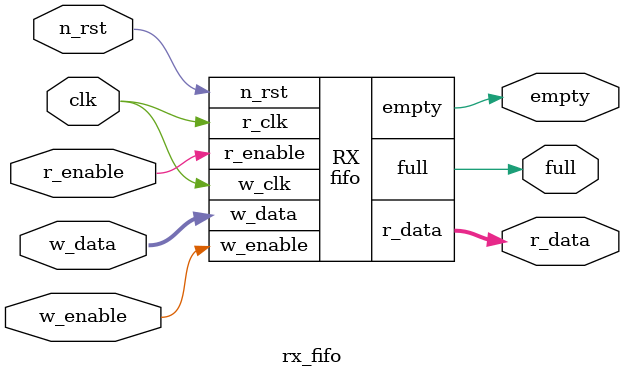
<source format=v>


module fiforam ( wclk, wenable, waddr, raddr, wdata, rdata );
  input [2:0] waddr;
  input [2:0] raddr;
  input [7:0] wdata;
  output [7:0] rdata;
  input wclk, wenable;
  wire   N10, N11, N12, N13, N14, N15, \fiforeg[0][7] , \fiforeg[0][6] ,
         \fiforeg[0][5] , \fiforeg[0][4] , \fiforeg[0][3] , \fiforeg[0][2] ,
         \fiforeg[0][1] , \fiforeg[0][0] , \fiforeg[1][7] , \fiforeg[1][6] ,
         \fiforeg[1][5] , \fiforeg[1][4] , \fiforeg[1][3] , \fiforeg[1][2] ,
         \fiforeg[1][1] , \fiforeg[1][0] , \fiforeg[2][7] , \fiforeg[2][6] ,
         \fiforeg[2][5] , \fiforeg[2][4] , \fiforeg[2][3] , \fiforeg[2][2] ,
         \fiforeg[2][1] , \fiforeg[2][0] , \fiforeg[3][7] , \fiforeg[3][6] ,
         \fiforeg[3][5] , \fiforeg[3][4] , \fiforeg[3][3] , \fiforeg[3][2] ,
         \fiforeg[3][1] , \fiforeg[3][0] , \fiforeg[4][7] , \fiforeg[4][6] ,
         \fiforeg[4][5] , \fiforeg[4][4] , \fiforeg[4][3] , \fiforeg[4][2] ,
         \fiforeg[4][1] , \fiforeg[4][0] , \fiforeg[5][7] , \fiforeg[5][6] ,
         \fiforeg[5][5] , \fiforeg[5][4] , \fiforeg[5][3] , \fiforeg[5][2] ,
         \fiforeg[5][1] , \fiforeg[5][0] , \fiforeg[6][7] , \fiforeg[6][6] ,
         \fiforeg[6][5] , \fiforeg[6][4] , \fiforeg[6][3] , \fiforeg[6][2] ,
         \fiforeg[6][1] , \fiforeg[6][0] , \fiforeg[7][7] , \fiforeg[7][6] ,
         \fiforeg[7][5] , \fiforeg[7][4] , \fiforeg[7][3] , \fiforeg[7][2] ,
         \fiforeg[7][1] , \fiforeg[7][0] , N17, N18, N19, N20, N21, N22, N23,
         N24, n89, n90, n91, n92, n93, n94, n95, n96, n97, n98, n99, n100,
         n101, n102, n103, n104, n105, n106, n107, n108, n109, n110, n111,
         n112, n113, n114, n115, n116, n117, n118, n119, n120, n121, n122,
         n123, n124, n125, n126, n127, n128, n129, n130, n131, n132, n133,
         n134, n135, n136, n137, n138, n139, n140, n141, n142, n143, n144,
         n145, n146, n147, n148, n149, n150, n151, n152, n1, n2, n3, n4, n5,
         n6, n7, n8, n9, n10, n11, n12, n13, n14, n15, n16, n17, n18, n19, n20,
         n21, n22, n23, n24, n25, n26, n27, n28, n29, n30, n31, n32, n33, n34,
         n35, n36, n37, n38, n39, n40, n41, n42, n43, n44, n45, n46, n47, n48,
         n49, n50, n51, n52, n53, n54, n55, n56, n57, n58, n59, n60, n61, n62,
         n63, n64, n65, n66, n67, n68, n69, n70, n71, n72, n73, n74, n75, n76,
         n77, n78, n79, n80, n81, n82, n83, n84, n85, n86, n87, n88, n153,
         n154, n155, n156, n157, n158, n159, n160, n161, n162, n163, n164,
         n165, n166, n167, n168, n169, n170, n171, n172, n173, n174, n175,
         n176, n177, n178, n179, n180, n181, n182, n183, n184, n185, n186,
         n187, n188, n189, n190, n191, n192, n193, n194, n195, n196, n197,
         n198, n199, n200, n201, n202, n203, n204, n205, n206, n207, n208,
         n209, n210, n211, n212, n213, n214, n215, n216, n217, n218, n219,
         n220, n221, n222, n223, n224, n225, n226, n227, n228, n229, n230,
         n231, n232, n233, n234, n235, n236, n237, n238, n239, n240, n241,
         n242, n243, n244, n245, n246, n247, n248, n249, n250, n251, n252,
         n253, n254, n255, n256, n257, n258, n259, n260, n261, n262;
  assign N10 = raddr[0];
  assign N11 = raddr[1];
  assign N12 = raddr[2];
  assign N13 = waddr[0];
  assign N14 = waddr[1];
  assign N15 = waddr[2];

  DFFPOSX1 \fiforeg_reg[0][7]  ( .D(n152), .CLK(wclk), .Q(\fiforeg[0][7] ) );
  DFFPOSX1 \fiforeg_reg[0][6]  ( .D(n151), .CLK(wclk), .Q(\fiforeg[0][6] ) );
  DFFPOSX1 \fiforeg_reg[0][5]  ( .D(n150), .CLK(wclk), .Q(\fiforeg[0][5] ) );
  DFFPOSX1 \fiforeg_reg[0][4]  ( .D(n149), .CLK(wclk), .Q(\fiforeg[0][4] ) );
  DFFPOSX1 \fiforeg_reg[0][3]  ( .D(n148), .CLK(wclk), .Q(\fiforeg[0][3] ) );
  DFFPOSX1 \fiforeg_reg[0][2]  ( .D(n147), .CLK(wclk), .Q(\fiforeg[0][2] ) );
  DFFPOSX1 \fiforeg_reg[0][1]  ( .D(n146), .CLK(wclk), .Q(\fiforeg[0][1] ) );
  DFFPOSX1 \fiforeg_reg[0][0]  ( .D(n145), .CLK(wclk), .Q(\fiforeg[0][0] ) );
  DFFPOSX1 \fiforeg_reg[1][7]  ( .D(n144), .CLK(wclk), .Q(\fiforeg[1][7] ) );
  DFFPOSX1 \fiforeg_reg[1][6]  ( .D(n143), .CLK(wclk), .Q(\fiforeg[1][6] ) );
  DFFPOSX1 \fiforeg_reg[1][5]  ( .D(n142), .CLK(wclk), .Q(\fiforeg[1][5] ) );
  DFFPOSX1 \fiforeg_reg[1][4]  ( .D(n141), .CLK(wclk), .Q(\fiforeg[1][4] ) );
  DFFPOSX1 \fiforeg_reg[1][3]  ( .D(n140), .CLK(wclk), .Q(\fiforeg[1][3] ) );
  DFFPOSX1 \fiforeg_reg[1][2]  ( .D(n139), .CLK(wclk), .Q(\fiforeg[1][2] ) );
  DFFPOSX1 \fiforeg_reg[1][1]  ( .D(n138), .CLK(wclk), .Q(\fiforeg[1][1] ) );
  DFFPOSX1 \fiforeg_reg[1][0]  ( .D(n137), .CLK(wclk), .Q(\fiforeg[1][0] ) );
  DFFPOSX1 \fiforeg_reg[2][7]  ( .D(n136), .CLK(wclk), .Q(\fiforeg[2][7] ) );
  DFFPOSX1 \fiforeg_reg[2][6]  ( .D(n135), .CLK(wclk), .Q(\fiforeg[2][6] ) );
  DFFPOSX1 \fiforeg_reg[2][5]  ( .D(n134), .CLK(wclk), .Q(\fiforeg[2][5] ) );
  DFFPOSX1 \fiforeg_reg[2][4]  ( .D(n133), .CLK(wclk), .Q(\fiforeg[2][4] ) );
  DFFPOSX1 \fiforeg_reg[2][3]  ( .D(n132), .CLK(wclk), .Q(\fiforeg[2][3] ) );
  DFFPOSX1 \fiforeg_reg[2][2]  ( .D(n131), .CLK(wclk), .Q(\fiforeg[2][2] ) );
  DFFPOSX1 \fiforeg_reg[2][1]  ( .D(n130), .CLK(wclk), .Q(\fiforeg[2][1] ) );
  DFFPOSX1 \fiforeg_reg[2][0]  ( .D(n129), .CLK(wclk), .Q(\fiforeg[2][0] ) );
  DFFPOSX1 \fiforeg_reg[3][7]  ( .D(n128), .CLK(wclk), .Q(\fiforeg[3][7] ) );
  DFFPOSX1 \fiforeg_reg[3][6]  ( .D(n127), .CLK(wclk), .Q(\fiforeg[3][6] ) );
  DFFPOSX1 \fiforeg_reg[3][5]  ( .D(n126), .CLK(wclk), .Q(\fiforeg[3][5] ) );
  DFFPOSX1 \fiforeg_reg[3][4]  ( .D(n125), .CLK(wclk), .Q(\fiforeg[3][4] ) );
  DFFPOSX1 \fiforeg_reg[3][3]  ( .D(n124), .CLK(wclk), .Q(\fiforeg[3][3] ) );
  DFFPOSX1 \fiforeg_reg[3][2]  ( .D(n123), .CLK(wclk), .Q(\fiforeg[3][2] ) );
  DFFPOSX1 \fiforeg_reg[3][1]  ( .D(n122), .CLK(wclk), .Q(\fiforeg[3][1] ) );
  DFFPOSX1 \fiforeg_reg[3][0]  ( .D(n121), .CLK(wclk), .Q(\fiforeg[3][0] ) );
  DFFPOSX1 \fiforeg_reg[4][7]  ( .D(n120), .CLK(wclk), .Q(\fiforeg[4][7] ) );
  DFFPOSX1 \fiforeg_reg[4][6]  ( .D(n119), .CLK(wclk), .Q(\fiforeg[4][6] ) );
  DFFPOSX1 \fiforeg_reg[4][5]  ( .D(n118), .CLK(wclk), .Q(\fiforeg[4][5] ) );
  DFFPOSX1 \fiforeg_reg[4][4]  ( .D(n117), .CLK(wclk), .Q(\fiforeg[4][4] ) );
  DFFPOSX1 \fiforeg_reg[4][3]  ( .D(n116), .CLK(wclk), .Q(\fiforeg[4][3] ) );
  DFFPOSX1 \fiforeg_reg[4][2]  ( .D(n115), .CLK(wclk), .Q(\fiforeg[4][2] ) );
  DFFPOSX1 \fiforeg_reg[4][1]  ( .D(n114), .CLK(wclk), .Q(\fiforeg[4][1] ) );
  DFFPOSX1 \fiforeg_reg[4][0]  ( .D(n113), .CLK(wclk), .Q(\fiforeg[4][0] ) );
  DFFPOSX1 \fiforeg_reg[5][7]  ( .D(n112), .CLK(wclk), .Q(\fiforeg[5][7] ) );
  DFFPOSX1 \fiforeg_reg[5][6]  ( .D(n111), .CLK(wclk), .Q(\fiforeg[5][6] ) );
  DFFPOSX1 \fiforeg_reg[5][5]  ( .D(n110), .CLK(wclk), .Q(\fiforeg[5][5] ) );
  DFFPOSX1 \fiforeg_reg[5][4]  ( .D(n109), .CLK(wclk), .Q(\fiforeg[5][4] ) );
  DFFPOSX1 \fiforeg_reg[5][3]  ( .D(n108), .CLK(wclk), .Q(\fiforeg[5][3] ) );
  DFFPOSX1 \fiforeg_reg[5][2]  ( .D(n107), .CLK(wclk), .Q(\fiforeg[5][2] ) );
  DFFPOSX1 \fiforeg_reg[5][1]  ( .D(n106), .CLK(wclk), .Q(\fiforeg[5][1] ) );
  DFFPOSX1 \fiforeg_reg[5][0]  ( .D(n105), .CLK(wclk), .Q(\fiforeg[5][0] ) );
  DFFPOSX1 \fiforeg_reg[6][7]  ( .D(n104), .CLK(wclk), .Q(\fiforeg[6][7] ) );
  DFFPOSX1 \fiforeg_reg[6][6]  ( .D(n103), .CLK(wclk), .Q(\fiforeg[6][6] ) );
  DFFPOSX1 \fiforeg_reg[6][5]  ( .D(n102), .CLK(wclk), .Q(\fiforeg[6][5] ) );
  DFFPOSX1 \fiforeg_reg[6][4]  ( .D(n101), .CLK(wclk), .Q(\fiforeg[6][4] ) );
  DFFPOSX1 \fiforeg_reg[6][3]  ( .D(n100), .CLK(wclk), .Q(\fiforeg[6][3] ) );
  DFFPOSX1 \fiforeg_reg[6][2]  ( .D(n99), .CLK(wclk), .Q(\fiforeg[6][2] ) );
  DFFPOSX1 \fiforeg_reg[6][1]  ( .D(n98), .CLK(wclk), .Q(\fiforeg[6][1] ) );
  DFFPOSX1 \fiforeg_reg[6][0]  ( .D(n97), .CLK(wclk), .Q(\fiforeg[6][0] ) );
  DFFPOSX1 \fiforeg_reg[7][7]  ( .D(n96), .CLK(wclk), .Q(\fiforeg[7][7] ) );
  DFFPOSX1 \fiforeg_reg[7][6]  ( .D(n95), .CLK(wclk), .Q(\fiforeg[7][6] ) );
  DFFPOSX1 \fiforeg_reg[7][5]  ( .D(n94), .CLK(wclk), .Q(\fiforeg[7][5] ) );
  DFFPOSX1 \fiforeg_reg[7][4]  ( .D(n93), .CLK(wclk), .Q(\fiforeg[7][4] ) );
  DFFPOSX1 \fiforeg_reg[7][3]  ( .D(n92), .CLK(wclk), .Q(\fiforeg[7][3] ) );
  DFFPOSX1 \fiforeg_reg[7][2]  ( .D(n91), .CLK(wclk), .Q(\fiforeg[7][2] ) );
  DFFPOSX1 \fiforeg_reg[7][1]  ( .D(n90), .CLK(wclk), .Q(\fiforeg[7][1] ) );
  DFFPOSX1 \fiforeg_reg[7][0]  ( .D(n89), .CLK(wclk), .Q(\fiforeg[7][0] ) );
  BUFX2 U2 ( .A(n56), .Y(n1) );
  BUFX2 U3 ( .A(n175), .Y(n2) );
  BUFX2 U4 ( .A(n53), .Y(n3) );
  BUFX2 U5 ( .A(n172), .Y(n4) );
  BUFX2 U6 ( .A(n54), .Y(n5) );
  BUFX2 U7 ( .A(n173), .Y(n6) );
  BUFX2 U8 ( .A(n55), .Y(n7) );
  BUFX2 U9 ( .A(n174), .Y(n8) );
  NOR2X1 U10 ( .A(n63), .B(N11), .Y(n54) );
  NOR2X1 U11 ( .A(n63), .B(n62), .Y(n53) );
  AOI22X1 U12 ( .A(\fiforeg[4][0] ), .B(n5), .C(\fiforeg[6][0] ), .D(n3), .Y(
        n10) );
  NOR2X1 U13 ( .A(N11), .B(N12), .Y(n56) );
  NOR2X1 U14 ( .A(n62), .B(N12), .Y(n55) );
  AOI22X1 U15 ( .A(\fiforeg[0][0] ), .B(n1), .C(\fiforeg[2][0] ), .D(n7), .Y(
        n9) );
  AOI21X1 U16 ( .A(n10), .B(n9), .C(N10), .Y(n14) );
  AOI22X1 U17 ( .A(\fiforeg[5][0] ), .B(n5), .C(\fiforeg[7][0] ), .D(n3), .Y(
        n12) );
  AOI22X1 U18 ( .A(\fiforeg[1][0] ), .B(n1), .C(\fiforeg[3][0] ), .D(n7), .Y(
        n11) );
  AOI21X1 U19 ( .A(n12), .B(n11), .C(n61), .Y(n13) );
  OR2X1 U20 ( .A(n14), .B(n13), .Y(rdata[0]) );
  AOI22X1 U21 ( .A(\fiforeg[4][1] ), .B(n5), .C(\fiforeg[6][1] ), .D(n3), .Y(
        n16) );
  AOI22X1 U22 ( .A(\fiforeg[0][1] ), .B(n1), .C(\fiforeg[2][1] ), .D(n7), .Y(
        n15) );
  AOI21X1 U23 ( .A(n16), .B(n15), .C(N10), .Y(n20) );
  AOI22X1 U24 ( .A(\fiforeg[5][1] ), .B(n5), .C(\fiforeg[7][1] ), .D(n3), .Y(
        n18) );
  AOI22X1 U25 ( .A(\fiforeg[1][1] ), .B(n1), .C(\fiforeg[3][1] ), .D(n7), .Y(
        n17) );
  AOI21X1 U26 ( .A(n18), .B(n17), .C(n61), .Y(n19) );
  OR2X1 U27 ( .A(n20), .B(n19), .Y(rdata[1]) );
  AOI22X1 U28 ( .A(\fiforeg[4][2] ), .B(n5), .C(\fiforeg[6][2] ), .D(n3), .Y(
        n22) );
  AOI22X1 U29 ( .A(\fiforeg[0][2] ), .B(n1), .C(\fiforeg[2][2] ), .D(n7), .Y(
        n21) );
  AOI21X1 U30 ( .A(n22), .B(n21), .C(N10), .Y(n26) );
  AOI22X1 U31 ( .A(\fiforeg[5][2] ), .B(n5), .C(\fiforeg[7][2] ), .D(n3), .Y(
        n24) );
  AOI22X1 U32 ( .A(\fiforeg[1][2] ), .B(n1), .C(\fiforeg[3][2] ), .D(n7), .Y(
        n23) );
  AOI21X1 U33 ( .A(n24), .B(n23), .C(n61), .Y(n25) );
  OR2X1 U34 ( .A(n26), .B(n25), .Y(rdata[2]) );
  AOI22X1 U35 ( .A(\fiforeg[4][3] ), .B(n5), .C(\fiforeg[6][3] ), .D(n3), .Y(
        n28) );
  AOI22X1 U36 ( .A(\fiforeg[0][3] ), .B(n1), .C(\fiforeg[2][3] ), .D(n7), .Y(
        n27) );
  AOI21X1 U37 ( .A(n28), .B(n27), .C(N10), .Y(n32) );
  AOI22X1 U38 ( .A(\fiforeg[5][3] ), .B(n5), .C(\fiforeg[7][3] ), .D(n3), .Y(
        n30) );
  AOI22X1 U39 ( .A(\fiforeg[1][3] ), .B(n1), .C(\fiforeg[3][3] ), .D(n7), .Y(
        n29) );
  AOI21X1 U40 ( .A(n30), .B(n29), .C(n61), .Y(n31) );
  OR2X1 U41 ( .A(n32), .B(n31), .Y(rdata[3]) );
  AOI22X1 U42 ( .A(\fiforeg[4][4] ), .B(n5), .C(\fiforeg[6][4] ), .D(n3), .Y(
        n34) );
  AOI22X1 U43 ( .A(\fiforeg[0][4] ), .B(n1), .C(\fiforeg[2][4] ), .D(n7), .Y(
        n33) );
  AOI21X1 U44 ( .A(n34), .B(n33), .C(N10), .Y(n38) );
  AOI22X1 U45 ( .A(\fiforeg[5][4] ), .B(n5), .C(\fiforeg[7][4] ), .D(n3), .Y(
        n36) );
  AOI22X1 U46 ( .A(\fiforeg[1][4] ), .B(n1), .C(\fiforeg[3][4] ), .D(n7), .Y(
        n35) );
  AOI21X1 U47 ( .A(n36), .B(n35), .C(n61), .Y(n37) );
  OR2X1 U48 ( .A(n38), .B(n37), .Y(rdata[4]) );
  AOI22X1 U49 ( .A(\fiforeg[4][5] ), .B(n5), .C(\fiforeg[6][5] ), .D(n3), .Y(
        n40) );
  AOI22X1 U50 ( .A(\fiforeg[0][5] ), .B(n1), .C(\fiforeg[2][5] ), .D(n7), .Y(
        n39) );
  AOI21X1 U51 ( .A(n40), .B(n39), .C(N10), .Y(n44) );
  AOI22X1 U52 ( .A(\fiforeg[5][5] ), .B(n5), .C(\fiforeg[7][5] ), .D(n3), .Y(
        n42) );
  AOI22X1 U53 ( .A(\fiforeg[1][5] ), .B(n1), .C(\fiforeg[3][5] ), .D(n7), .Y(
        n41) );
  AOI21X1 U54 ( .A(n42), .B(n41), .C(n61), .Y(n43) );
  OR2X1 U55 ( .A(n44), .B(n43), .Y(rdata[5]) );
  AOI22X1 U56 ( .A(\fiforeg[4][6] ), .B(n5), .C(\fiforeg[6][6] ), .D(n3), .Y(
        n46) );
  AOI22X1 U57 ( .A(\fiforeg[0][6] ), .B(n1), .C(\fiforeg[2][6] ), .D(n7), .Y(
        n45) );
  AOI21X1 U58 ( .A(n46), .B(n45), .C(N10), .Y(n50) );
  AOI22X1 U59 ( .A(\fiforeg[5][6] ), .B(n5), .C(\fiforeg[7][6] ), .D(n3), .Y(
        n48) );
  AOI22X1 U60 ( .A(\fiforeg[1][6] ), .B(n1), .C(\fiforeg[3][6] ), .D(n7), .Y(
        n47) );
  AOI21X1 U61 ( .A(n48), .B(n47), .C(n61), .Y(n49) );
  OR2X1 U62 ( .A(n50), .B(n49), .Y(rdata[6]) );
  AOI22X1 U63 ( .A(\fiforeg[4][7] ), .B(n5), .C(\fiforeg[6][7] ), .D(n3), .Y(
        n52) );
  AOI22X1 U64 ( .A(\fiforeg[0][7] ), .B(n1), .C(\fiforeg[2][7] ), .D(n7), .Y(
        n51) );
  AOI21X1 U65 ( .A(n52), .B(n51), .C(N10), .Y(n60) );
  AOI22X1 U66 ( .A(\fiforeg[5][7] ), .B(n5), .C(\fiforeg[7][7] ), .D(n3), .Y(
        n58) );
  AOI22X1 U67 ( .A(\fiforeg[1][7] ), .B(n1), .C(\fiforeg[3][7] ), .D(n7), .Y(
        n57) );
  AOI21X1 U68 ( .A(n58), .B(n57), .C(n61), .Y(n59) );
  OR2X1 U69 ( .A(n60), .B(n59), .Y(rdata[7]) );
  INVX2 U70 ( .A(N10), .Y(n61) );
  INVX2 U71 ( .A(N11), .Y(n62) );
  INVX2 U72 ( .A(N12), .Y(n63) );
  NOR2X1 U73 ( .A(n211), .B(N14), .Y(n173) );
  NOR2X1 U74 ( .A(n211), .B(n180), .Y(n172) );
  AOI22X1 U75 ( .A(\fiforeg[4][0] ), .B(n6), .C(\fiforeg[6][0] ), .D(n4), .Y(
        n65) );
  NOR2X1 U76 ( .A(N14), .B(N15), .Y(n175) );
  NOR2X1 U77 ( .A(n180), .B(N15), .Y(n174) );
  AOI22X1 U78 ( .A(\fiforeg[0][0] ), .B(n2), .C(\fiforeg[2][0] ), .D(n8), .Y(
        n64) );
  AOI21X1 U79 ( .A(n65), .B(n64), .C(N13), .Y(n69) );
  AOI22X1 U80 ( .A(\fiforeg[5][0] ), .B(n6), .C(\fiforeg[7][0] ), .D(n4), .Y(
        n67) );
  AOI22X1 U81 ( .A(\fiforeg[1][0] ), .B(n2), .C(\fiforeg[3][0] ), .D(n8), .Y(
        n66) );
  AOI21X1 U82 ( .A(n67), .B(n66), .C(n212), .Y(n68) );
  OR2X1 U83 ( .A(n69), .B(n68), .Y(N24) );
  AOI22X1 U84 ( .A(\fiforeg[4][1] ), .B(n6), .C(\fiforeg[6][1] ), .D(n4), .Y(
        n71) );
  AOI22X1 U85 ( .A(\fiforeg[0][1] ), .B(n2), .C(\fiforeg[2][1] ), .D(n8), .Y(
        n70) );
  AOI21X1 U86 ( .A(n71), .B(n70), .C(N13), .Y(n75) );
  AOI22X1 U87 ( .A(\fiforeg[5][1] ), .B(n6), .C(\fiforeg[7][1] ), .D(n4), .Y(
        n73) );
  AOI22X1 U88 ( .A(\fiforeg[1][1] ), .B(n2), .C(\fiforeg[3][1] ), .D(n8), .Y(
        n72) );
  AOI21X1 U89 ( .A(n73), .B(n72), .C(n212), .Y(n74) );
  OR2X1 U90 ( .A(n75), .B(n74), .Y(N23) );
  AOI22X1 U91 ( .A(\fiforeg[4][2] ), .B(n6), .C(\fiforeg[6][2] ), .D(n4), .Y(
        n77) );
  AOI22X1 U92 ( .A(\fiforeg[0][2] ), .B(n2), .C(\fiforeg[2][2] ), .D(n8), .Y(
        n76) );
  AOI21X1 U93 ( .A(n77), .B(n76), .C(N13), .Y(n81) );
  AOI22X1 U94 ( .A(\fiforeg[5][2] ), .B(n6), .C(\fiforeg[7][2] ), .D(n4), .Y(
        n79) );
  AOI22X1 U95 ( .A(\fiforeg[1][2] ), .B(n2), .C(\fiforeg[3][2] ), .D(n8), .Y(
        n78) );
  AOI21X1 U96 ( .A(n79), .B(n78), .C(n212), .Y(n80) );
  OR2X1 U97 ( .A(n81), .B(n80), .Y(N22) );
  AOI22X1 U98 ( .A(\fiforeg[4][3] ), .B(n6), .C(\fiforeg[6][3] ), .D(n4), .Y(
        n83) );
  AOI22X1 U99 ( .A(\fiforeg[0][3] ), .B(n2), .C(\fiforeg[2][3] ), .D(n8), .Y(
        n82) );
  AOI21X1 U100 ( .A(n83), .B(n82), .C(N13), .Y(n87) );
  AOI22X1 U101 ( .A(\fiforeg[5][3] ), .B(n6), .C(\fiforeg[7][3] ), .D(n4), .Y(
        n85) );
  AOI22X1 U102 ( .A(\fiforeg[1][3] ), .B(n2), .C(\fiforeg[3][3] ), .D(n8), .Y(
        n84) );
  AOI21X1 U103 ( .A(n85), .B(n84), .C(n212), .Y(n86) );
  OR2X1 U104 ( .A(n87), .B(n86), .Y(N21) );
  AOI22X1 U105 ( .A(\fiforeg[4][4] ), .B(n6), .C(\fiforeg[6][4] ), .D(n4), .Y(
        n153) );
  AOI22X1 U106 ( .A(\fiforeg[0][4] ), .B(n2), .C(\fiforeg[2][4] ), .D(n8), .Y(
        n88) );
  AOI21X1 U107 ( .A(n153), .B(n88), .C(N13), .Y(n157) );
  AOI22X1 U108 ( .A(\fiforeg[5][4] ), .B(n6), .C(\fiforeg[7][4] ), .D(n4), .Y(
        n155) );
  AOI22X1 U109 ( .A(\fiforeg[1][4] ), .B(n2), .C(\fiforeg[3][4] ), .D(n8), .Y(
        n154) );
  AOI21X1 U110 ( .A(n155), .B(n154), .C(n212), .Y(n156) );
  OR2X1 U111 ( .A(n157), .B(n156), .Y(N20) );
  AOI22X1 U112 ( .A(\fiforeg[4][5] ), .B(n6), .C(\fiforeg[6][5] ), .D(n4), .Y(
        n159) );
  AOI22X1 U113 ( .A(\fiforeg[0][5] ), .B(n2), .C(\fiforeg[2][5] ), .D(n8), .Y(
        n158) );
  AOI21X1 U114 ( .A(n159), .B(n158), .C(N13), .Y(n163) );
  AOI22X1 U115 ( .A(\fiforeg[5][5] ), .B(n6), .C(\fiforeg[7][5] ), .D(n4), .Y(
        n161) );
  AOI22X1 U116 ( .A(\fiforeg[1][5] ), .B(n2), .C(\fiforeg[3][5] ), .D(n8), .Y(
        n160) );
  AOI21X1 U117 ( .A(n161), .B(n160), .C(n212), .Y(n162) );
  OR2X1 U118 ( .A(n163), .B(n162), .Y(N19) );
  AOI22X1 U119 ( .A(\fiforeg[4][6] ), .B(n6), .C(\fiforeg[6][6] ), .D(n4), .Y(
        n165) );
  AOI22X1 U120 ( .A(\fiforeg[0][6] ), .B(n2), .C(\fiforeg[2][6] ), .D(n8), .Y(
        n164) );
  AOI21X1 U121 ( .A(n165), .B(n164), .C(N13), .Y(n169) );
  AOI22X1 U122 ( .A(\fiforeg[5][6] ), .B(n6), .C(\fiforeg[7][6] ), .D(n4), .Y(
        n167) );
  AOI22X1 U123 ( .A(\fiforeg[1][6] ), .B(n2), .C(\fiforeg[3][6] ), .D(n8), .Y(
        n166) );
  AOI21X1 U124 ( .A(n167), .B(n166), .C(n212), .Y(n168) );
  OR2X1 U125 ( .A(n169), .B(n168), .Y(N18) );
  AOI22X1 U126 ( .A(\fiforeg[4][7] ), .B(n6), .C(\fiforeg[6][7] ), .D(n4), .Y(
        n171) );
  AOI22X1 U127 ( .A(\fiforeg[0][7] ), .B(n2), .C(\fiforeg[2][7] ), .D(n8), .Y(
        n170) );
  AOI21X1 U128 ( .A(n171), .B(n170), .C(N13), .Y(n179) );
  AOI22X1 U129 ( .A(\fiforeg[5][7] ), .B(n6), .C(\fiforeg[7][7] ), .D(n4), .Y(
        n177) );
  AOI22X1 U130 ( .A(\fiforeg[1][7] ), .B(n2), .C(\fiforeg[3][7] ), .D(n8), .Y(
        n176) );
  AOI21X1 U131 ( .A(n177), .B(n176), .C(n212), .Y(n178) );
  OR2X1 U132 ( .A(n179), .B(n178), .Y(N17) );
  INVX2 U133 ( .A(N14), .Y(n180) );
  MUX2X1 U134 ( .B(n181), .A(n182), .S(n183), .Y(n99) );
  INVX1 U135 ( .A(\fiforeg[6][2] ), .Y(n182) );
  MUX2X1 U136 ( .B(n184), .A(n185), .S(n183), .Y(n98) );
  INVX1 U137 ( .A(\fiforeg[6][1] ), .Y(n185) );
  MUX2X1 U138 ( .B(n186), .A(n187), .S(n183), .Y(n97) );
  INVX1 U139 ( .A(\fiforeg[6][0] ), .Y(n187) );
  MUX2X1 U140 ( .B(n188), .A(n189), .S(n190), .Y(n96) );
  INVX1 U141 ( .A(\fiforeg[7][7] ), .Y(n189) );
  MUX2X1 U142 ( .B(n191), .A(n192), .S(n190), .Y(n95) );
  INVX1 U143 ( .A(\fiforeg[7][6] ), .Y(n192) );
  MUX2X1 U144 ( .B(n193), .A(n194), .S(n190), .Y(n94) );
  INVX1 U145 ( .A(\fiforeg[7][5] ), .Y(n194) );
  MUX2X1 U146 ( .B(n195), .A(n196), .S(n190), .Y(n93) );
  INVX1 U147 ( .A(\fiforeg[7][4] ), .Y(n196) );
  MUX2X1 U148 ( .B(n197), .A(n198), .S(n190), .Y(n92) );
  INVX1 U149 ( .A(\fiforeg[7][3] ), .Y(n198) );
  MUX2X1 U150 ( .B(n181), .A(n199), .S(n190), .Y(n91) );
  INVX1 U151 ( .A(\fiforeg[7][2] ), .Y(n199) );
  MUX2X1 U152 ( .B(n184), .A(n200), .S(n190), .Y(n90) );
  INVX1 U153 ( .A(\fiforeg[7][1] ), .Y(n200) );
  MUX2X1 U154 ( .B(n186), .A(n201), .S(n190), .Y(n89) );
  NAND3X1 U155 ( .A(N15), .B(N14), .C(N13), .Y(n190) );
  INVX1 U156 ( .A(\fiforeg[7][0] ), .Y(n201) );
  MUX2X1 U157 ( .B(n188), .A(n202), .S(n203), .Y(n152) );
  INVX1 U158 ( .A(\fiforeg[0][7] ), .Y(n202) );
  MUX2X1 U159 ( .B(n191), .A(n204), .S(n203), .Y(n151) );
  INVX1 U160 ( .A(\fiforeg[0][6] ), .Y(n204) );
  MUX2X1 U161 ( .B(n193), .A(n205), .S(n203), .Y(n150) );
  INVX1 U162 ( .A(\fiforeg[0][5] ), .Y(n205) );
  MUX2X1 U163 ( .B(n195), .A(n206), .S(n203), .Y(n149) );
  INVX1 U164 ( .A(\fiforeg[0][4] ), .Y(n206) );
  MUX2X1 U165 ( .B(n197), .A(n207), .S(n203), .Y(n148) );
  INVX1 U166 ( .A(\fiforeg[0][3] ), .Y(n207) );
  MUX2X1 U167 ( .B(n181), .A(n208), .S(n203), .Y(n147) );
  INVX1 U168 ( .A(\fiforeg[0][2] ), .Y(n208) );
  MUX2X1 U169 ( .B(n184), .A(n209), .S(n203), .Y(n146) );
  INVX1 U170 ( .A(\fiforeg[0][1] ), .Y(n209) );
  MUX2X1 U171 ( .B(n186), .A(n210), .S(n203), .Y(n145) );
  NAND3X1 U172 ( .A(n180), .B(n211), .C(n212), .Y(n203) );
  INVX1 U173 ( .A(\fiforeg[0][0] ), .Y(n210) );
  MUX2X1 U174 ( .B(n188), .A(n213), .S(n214), .Y(n144) );
  INVX1 U175 ( .A(\fiforeg[1][7] ), .Y(n213) );
  MUX2X1 U176 ( .B(n191), .A(n215), .S(n214), .Y(n143) );
  INVX1 U177 ( .A(\fiforeg[1][6] ), .Y(n215) );
  MUX2X1 U178 ( .B(n193), .A(n216), .S(n214), .Y(n142) );
  INVX1 U179 ( .A(\fiforeg[1][5] ), .Y(n216) );
  MUX2X1 U180 ( .B(n195), .A(n217), .S(n214), .Y(n141) );
  INVX1 U181 ( .A(\fiforeg[1][4] ), .Y(n217) );
  MUX2X1 U182 ( .B(n197), .A(n218), .S(n214), .Y(n140) );
  INVX1 U183 ( .A(\fiforeg[1][3] ), .Y(n218) );
  MUX2X1 U184 ( .B(n181), .A(n219), .S(n214), .Y(n139) );
  INVX1 U185 ( .A(\fiforeg[1][2] ), .Y(n219) );
  MUX2X1 U186 ( .B(n184), .A(n220), .S(n214), .Y(n138) );
  INVX1 U187 ( .A(\fiforeg[1][1] ), .Y(n220) );
  MUX2X1 U188 ( .B(n186), .A(n221), .S(n214), .Y(n137) );
  NAND3X1 U189 ( .A(n180), .B(n211), .C(N13), .Y(n214) );
  INVX1 U190 ( .A(\fiforeg[1][0] ), .Y(n221) );
  MUX2X1 U191 ( .B(n188), .A(n222), .S(n223), .Y(n136) );
  INVX1 U192 ( .A(\fiforeg[2][7] ), .Y(n222) );
  MUX2X1 U193 ( .B(n191), .A(n224), .S(n223), .Y(n135) );
  INVX1 U194 ( .A(\fiforeg[2][6] ), .Y(n224) );
  MUX2X1 U195 ( .B(n193), .A(n225), .S(n223), .Y(n134) );
  INVX1 U196 ( .A(\fiforeg[2][5] ), .Y(n225) );
  MUX2X1 U197 ( .B(n195), .A(n226), .S(n223), .Y(n133) );
  INVX1 U198 ( .A(\fiforeg[2][4] ), .Y(n226) );
  MUX2X1 U199 ( .B(n197), .A(n227), .S(n223), .Y(n132) );
  INVX1 U200 ( .A(\fiforeg[2][3] ), .Y(n227) );
  MUX2X1 U201 ( .B(n181), .A(n228), .S(n223), .Y(n131) );
  INVX1 U202 ( .A(\fiforeg[2][2] ), .Y(n228) );
  MUX2X1 U203 ( .B(n184), .A(n229), .S(n223), .Y(n130) );
  INVX1 U204 ( .A(\fiforeg[2][1] ), .Y(n229) );
  MUX2X1 U205 ( .B(n186), .A(n230), .S(n223), .Y(n129) );
  NAND3X1 U206 ( .A(n212), .B(n211), .C(N14), .Y(n223) );
  INVX1 U207 ( .A(\fiforeg[2][0] ), .Y(n230) );
  MUX2X1 U208 ( .B(n188), .A(n231), .S(n232), .Y(n128) );
  INVX1 U209 ( .A(\fiforeg[3][7] ), .Y(n231) );
  MUX2X1 U210 ( .B(n191), .A(n233), .S(n232), .Y(n127) );
  INVX1 U211 ( .A(\fiforeg[3][6] ), .Y(n233) );
  MUX2X1 U212 ( .B(n193), .A(n234), .S(n232), .Y(n126) );
  INVX1 U213 ( .A(\fiforeg[3][5] ), .Y(n234) );
  MUX2X1 U214 ( .B(n195), .A(n235), .S(n232), .Y(n125) );
  INVX1 U215 ( .A(\fiforeg[3][4] ), .Y(n235) );
  MUX2X1 U216 ( .B(n197), .A(n236), .S(n232), .Y(n124) );
  INVX1 U217 ( .A(\fiforeg[3][3] ), .Y(n236) );
  MUX2X1 U218 ( .B(n181), .A(n237), .S(n232), .Y(n123) );
  INVX1 U219 ( .A(\fiforeg[3][2] ), .Y(n237) );
  MUX2X1 U220 ( .B(n184), .A(n238), .S(n232), .Y(n122) );
  INVX1 U221 ( .A(\fiforeg[3][1] ), .Y(n238) );
  MUX2X1 U222 ( .B(n186), .A(n239), .S(n232), .Y(n121) );
  NAND3X1 U223 ( .A(N14), .B(n211), .C(N13), .Y(n232) );
  INVX1 U224 ( .A(N15), .Y(n211) );
  INVX1 U225 ( .A(\fiforeg[3][0] ), .Y(n239) );
  MUX2X1 U226 ( .B(n188), .A(n240), .S(n241), .Y(n120) );
  INVX1 U227 ( .A(\fiforeg[4][7] ), .Y(n240) );
  MUX2X1 U228 ( .B(n191), .A(n242), .S(n241), .Y(n119) );
  INVX1 U229 ( .A(\fiforeg[4][6] ), .Y(n242) );
  MUX2X1 U230 ( .B(n193), .A(n243), .S(n241), .Y(n118) );
  INVX1 U231 ( .A(\fiforeg[4][5] ), .Y(n243) );
  MUX2X1 U232 ( .B(n195), .A(n244), .S(n241), .Y(n117) );
  INVX1 U233 ( .A(\fiforeg[4][4] ), .Y(n244) );
  MUX2X1 U234 ( .B(n197), .A(n245), .S(n241), .Y(n116) );
  INVX1 U235 ( .A(\fiforeg[4][3] ), .Y(n245) );
  MUX2X1 U236 ( .B(n181), .A(n246), .S(n241), .Y(n115) );
  INVX1 U237 ( .A(\fiforeg[4][2] ), .Y(n246) );
  MUX2X1 U238 ( .B(n184), .A(n247), .S(n241), .Y(n114) );
  INVX1 U239 ( .A(\fiforeg[4][1] ), .Y(n247) );
  MUX2X1 U240 ( .B(n186), .A(n248), .S(n241), .Y(n113) );
  NAND3X1 U241 ( .A(n212), .B(n180), .C(N15), .Y(n241) );
  INVX1 U242 ( .A(\fiforeg[4][0] ), .Y(n248) );
  MUX2X1 U243 ( .B(n188), .A(n249), .S(n250), .Y(n112) );
  INVX1 U244 ( .A(\fiforeg[5][7] ), .Y(n249) );
  MUX2X1 U245 ( .B(n191), .A(n251), .S(n250), .Y(n111) );
  INVX1 U246 ( .A(\fiforeg[5][6] ), .Y(n251) );
  MUX2X1 U247 ( .B(n193), .A(n252), .S(n250), .Y(n110) );
  INVX1 U248 ( .A(\fiforeg[5][5] ), .Y(n252) );
  MUX2X1 U249 ( .B(n195), .A(n253), .S(n250), .Y(n109) );
  INVX1 U250 ( .A(\fiforeg[5][4] ), .Y(n253) );
  MUX2X1 U251 ( .B(n197), .A(n254), .S(n250), .Y(n108) );
  INVX1 U252 ( .A(\fiforeg[5][3] ), .Y(n254) );
  MUX2X1 U253 ( .B(n181), .A(n255), .S(n250), .Y(n107) );
  INVX1 U254 ( .A(\fiforeg[5][2] ), .Y(n255) );
  MUX2X1 U255 ( .B(N22), .A(wdata[2]), .S(wenable), .Y(n181) );
  MUX2X1 U256 ( .B(n184), .A(n256), .S(n250), .Y(n106) );
  INVX1 U257 ( .A(\fiforeg[5][1] ), .Y(n256) );
  MUX2X1 U258 ( .B(N23), .A(wdata[1]), .S(wenable), .Y(n184) );
  MUX2X1 U259 ( .B(n186), .A(n257), .S(n250), .Y(n105) );
  NAND3X1 U260 ( .A(N15), .B(n180), .C(N13), .Y(n250) );
  INVX1 U261 ( .A(\fiforeg[5][0] ), .Y(n257) );
  MUX2X1 U262 ( .B(N24), .A(wdata[0]), .S(wenable), .Y(n186) );
  MUX2X1 U263 ( .B(n188), .A(n258), .S(n183), .Y(n104) );
  INVX1 U264 ( .A(\fiforeg[6][7] ), .Y(n258) );
  MUX2X1 U265 ( .B(N17), .A(wdata[7]), .S(wenable), .Y(n188) );
  MUX2X1 U266 ( .B(n191), .A(n259), .S(n183), .Y(n103) );
  INVX1 U267 ( .A(\fiforeg[6][6] ), .Y(n259) );
  MUX2X1 U268 ( .B(N18), .A(wdata[6]), .S(wenable), .Y(n191) );
  MUX2X1 U269 ( .B(n193), .A(n260), .S(n183), .Y(n102) );
  INVX1 U270 ( .A(\fiforeg[6][5] ), .Y(n260) );
  MUX2X1 U271 ( .B(N19), .A(wdata[5]), .S(wenable), .Y(n193) );
  MUX2X1 U272 ( .B(n195), .A(n261), .S(n183), .Y(n101) );
  INVX1 U273 ( .A(\fiforeg[6][4] ), .Y(n261) );
  MUX2X1 U274 ( .B(N20), .A(wdata[4]), .S(wenable), .Y(n195) );
  MUX2X1 U275 ( .B(n197), .A(n262), .S(n183), .Y(n100) );
  NAND3X1 U276 ( .A(N14), .B(n212), .C(N15), .Y(n183) );
  INVX1 U277 ( .A(N13), .Y(n212) );
  INVX1 U278 ( .A(\fiforeg[6][3] ), .Y(n262) );
  MUX2X1 U279 ( .B(N21), .A(wdata[3]), .S(wenable), .Y(n197) );
endmodule


module write_ptr ( wclk, rst_n, wenable, wptr, wptr_nxt );
  output [3:0] wptr;
  output [3:0] wptr_nxt;
  input wclk, rst_n, wenable;
  wire   n9, n10, n11, n12;
  wire   [2:0] binary_nxt;
  wire   [3:0] binary_r;

  DFFSR \binary_r_reg[0]  ( .D(binary_nxt[0]), .CLK(wclk), .R(rst_n), .S(1'b1), 
        .Q(binary_r[0]) );
  DFFSR \binary_r_reg[1]  ( .D(binary_nxt[1]), .CLK(wclk), .R(rst_n), .S(1'b1), 
        .Q(binary_r[1]) );
  DFFSR \binary_r_reg[2]  ( .D(binary_nxt[2]), .CLK(wclk), .R(rst_n), .S(1'b1), 
        .Q(binary_r[2]) );
  DFFSR \binary_r_reg[3]  ( .D(wptr_nxt[3]), .CLK(wclk), .R(rst_n), .S(1'b1), 
        .Q(binary_r[3]) );
  DFFSR \gray_r_reg[3]  ( .D(wptr_nxt[3]), .CLK(wclk), .R(rst_n), .S(1'b1), 
        .Q(wptr[3]) );
  DFFSR \gray_r_reg[2]  ( .D(wptr_nxt[2]), .CLK(wclk), .R(rst_n), .S(1'b1), 
        .Q(wptr[2]) );
  DFFSR \gray_r_reg[1]  ( .D(wptr_nxt[1]), .CLK(wclk), .R(rst_n), .S(1'b1), 
        .Q(wptr[1]) );
  DFFSR \gray_r_reg[0]  ( .D(wptr_nxt[0]), .CLK(wclk), .R(rst_n), .S(1'b1), 
        .Q(wptr[0]) );
  XOR2X1 U11 ( .A(wptr_nxt[3]), .B(binary_nxt[2]), .Y(wptr_nxt[2]) );
  XNOR2X1 U12 ( .A(n9), .B(binary_r[3]), .Y(wptr_nxt[3]) );
  NAND2X1 U13 ( .A(binary_r[2]), .B(n10), .Y(n9) );
  XOR2X1 U14 ( .A(binary_nxt[2]), .B(binary_nxt[1]), .Y(wptr_nxt[1]) );
  XOR2X1 U15 ( .A(binary_nxt[1]), .B(binary_nxt[0]), .Y(wptr_nxt[0]) );
  XOR2X1 U16 ( .A(n10), .B(binary_r[2]), .Y(binary_nxt[2]) );
  INVX1 U17 ( .A(n11), .Y(n10) );
  NAND3X1 U18 ( .A(binary_r[1]), .B(binary_r[0]), .C(wenable), .Y(n11) );
  XNOR2X1 U19 ( .A(n12), .B(binary_r[1]), .Y(binary_nxt[1]) );
  NAND2X1 U20 ( .A(wenable), .B(binary_r[0]), .Y(n12) );
  XOR2X1 U21 ( .A(binary_r[0]), .B(wenable), .Y(binary_nxt[0]) );
endmodule


module write_fifo_ctrl ( wclk, rst_n, wenable, rptr, wenable_fifo, wptr, waddr, 
        full_flag );
  input [3:0] rptr;
  output [3:0] wptr;
  output [2:0] waddr;
  input wclk, rst_n, wenable;
  output wenable_fifo, full_flag;
  wire   n22, \gray_wptr[2] , N5, n2, n3, n16, n17, n18, n19, n20, n21;
  wire   [3:0] wptr_nxt;
  wire   [3:0] wrptr_r2;
  wire   [3:0] wrptr_r1;

  DFFSR \wrptr_r1_reg[3]  ( .D(rptr[3]), .CLK(wclk), .R(rst_n), .S(1'b1), .Q(
        wrptr_r1[3]) );
  DFFSR \wrptr_r1_reg[2]  ( .D(rptr[2]), .CLK(wclk), .R(rst_n), .S(1'b1), .Q(
        wrptr_r1[2]) );
  DFFSR \wrptr_r1_reg[1]  ( .D(rptr[1]), .CLK(wclk), .R(rst_n), .S(1'b1), .Q(
        wrptr_r1[1]) );
  DFFSR \wrptr_r1_reg[0]  ( .D(rptr[0]), .CLK(wclk), .R(rst_n), .S(1'b1), .Q(
        wrptr_r1[0]) );
  DFFSR \wrptr_r2_reg[3]  ( .D(wrptr_r1[3]), .CLK(wclk), .R(rst_n), .S(1'b1), 
        .Q(wrptr_r2[3]) );
  DFFSR \wrptr_r2_reg[2]  ( .D(wrptr_r1[2]), .CLK(wclk), .R(rst_n), .S(1'b1), 
        .Q(wrptr_r2[2]) );
  DFFSR \wrptr_r2_reg[1]  ( .D(wrptr_r1[1]), .CLK(wclk), .R(rst_n), .S(1'b1), 
        .Q(wrptr_r2[1]) );
  DFFSR \wrptr_r2_reg[0]  ( .D(wrptr_r1[0]), .CLK(wclk), .R(rst_n), .S(1'b1), 
        .Q(wrptr_r2[0]) );
  DFFSR full_flag_r_reg ( .D(N5), .CLK(wclk), .R(rst_n), .S(1'b1), .Q(
        full_flag) );
  DFFSR \waddr_reg[2]  ( .D(\gray_wptr[2] ), .CLK(wclk), .R(rst_n), .S(1'b1), 
        .Q(waddr[2]) );
  DFFSR \waddr_reg[1]  ( .D(wptr_nxt[1]), .CLK(wclk), .R(rst_n), .S(1'b1), .Q(
        waddr[1]) );
  DFFSR \waddr_reg[0]  ( .D(wptr_nxt[0]), .CLK(wclk), .R(rst_n), .S(1'b1), .Q(
        waddr[0]) );
  write_ptr WPU1 ( .wclk(wclk), .rst_n(rst_n), .wenable(wenable_fifo), .wptr(
        wptr), .wptr_nxt(wptr_nxt) );
  BUFX2 U15 ( .A(n22), .Y(wenable_fifo) );
  NOR2X1 U16 ( .A(full_flag), .B(n2), .Y(n22) );
  INVX1 U17 ( .A(wenable), .Y(n2) );
  NOR2X1 U18 ( .A(n3), .B(n16), .Y(N5) );
  NAND2X1 U19 ( .A(n17), .B(n18), .Y(n16) );
  XOR2X1 U20 ( .A(n19), .B(\gray_wptr[2] ), .Y(n18) );
  XOR2X1 U21 ( .A(wptr_nxt[3]), .B(wptr_nxt[2]), .Y(\gray_wptr[2] ) );
  XNOR2X1 U22 ( .A(wrptr_r2[3]), .B(wrptr_r2[2]), .Y(n19) );
  XNOR2X1 U23 ( .A(wrptr_r2[1]), .B(wptr_nxt[1]), .Y(n17) );
  NAND2X1 U24 ( .A(n20), .B(n21), .Y(n3) );
  XOR2X1 U25 ( .A(wrptr_r2[3]), .B(wptr_nxt[3]), .Y(n21) );
  XNOR2X1 U26 ( .A(wrptr_r2[0]), .B(wptr_nxt[0]), .Y(n20) );
endmodule


module read_ptr ( rclk, rst_n, renable, rptr, rptr_nxt );
  output [3:0] rptr;
  output [3:0] rptr_nxt;
  input rclk, rst_n, renable;
  wire   n9, n10, n11, n12;
  wire   [2:0] binary_nxt;
  wire   [3:0] binary_r;

  DFFSR \binary_r_reg[0]  ( .D(binary_nxt[0]), .CLK(rclk), .R(rst_n), .S(1'b1), 
        .Q(binary_r[0]) );
  DFFSR \binary_r_reg[1]  ( .D(binary_nxt[1]), .CLK(rclk), .R(rst_n), .S(1'b1), 
        .Q(binary_r[1]) );
  DFFSR \binary_r_reg[2]  ( .D(binary_nxt[2]), .CLK(rclk), .R(rst_n), .S(1'b1), 
        .Q(binary_r[2]) );
  DFFSR \binary_r_reg[3]  ( .D(rptr_nxt[3]), .CLK(rclk), .R(rst_n), .S(1'b1), 
        .Q(binary_r[3]) );
  DFFSR \gray_r_reg[3]  ( .D(rptr_nxt[3]), .CLK(rclk), .R(rst_n), .S(1'b1), 
        .Q(rptr[3]) );
  DFFSR \gray_r_reg[2]  ( .D(rptr_nxt[2]), .CLK(rclk), .R(rst_n), .S(1'b1), 
        .Q(rptr[2]) );
  DFFSR \gray_r_reg[1]  ( .D(rptr_nxt[1]), .CLK(rclk), .R(rst_n), .S(1'b1), 
        .Q(rptr[1]) );
  DFFSR \gray_r_reg[0]  ( .D(rptr_nxt[0]), .CLK(rclk), .R(rst_n), .S(1'b1), 
        .Q(rptr[0]) );
  XOR2X1 U11 ( .A(rptr_nxt[3]), .B(binary_nxt[2]), .Y(rptr_nxt[2]) );
  XNOR2X1 U12 ( .A(n9), .B(binary_r[3]), .Y(rptr_nxt[3]) );
  NAND2X1 U13 ( .A(binary_r[2]), .B(n10), .Y(n9) );
  XOR2X1 U14 ( .A(binary_nxt[2]), .B(binary_nxt[1]), .Y(rptr_nxt[1]) );
  XOR2X1 U15 ( .A(binary_nxt[1]), .B(binary_nxt[0]), .Y(rptr_nxt[0]) );
  XOR2X1 U16 ( .A(n10), .B(binary_r[2]), .Y(binary_nxt[2]) );
  INVX1 U17 ( .A(n11), .Y(n10) );
  NAND3X1 U18 ( .A(binary_r[1]), .B(binary_r[0]), .C(renable), .Y(n11) );
  XNOR2X1 U19 ( .A(n12), .B(binary_r[1]), .Y(binary_nxt[1]) );
  NAND2X1 U20 ( .A(renable), .B(binary_r[0]), .Y(n12) );
  XOR2X1 U21 ( .A(binary_r[0]), .B(renable), .Y(binary_nxt[0]) );
endmodule


module read_fifo_ctrl ( rclk, rst_n, renable, wptr, rptr, raddr, empty_flag );
  input [3:0] wptr;
  output [3:0] rptr;
  output [2:0] raddr;
  input rclk, rst_n, renable;
  output empty_flag;
  wire   renable_p2, \gray_rptr[2] , N3, n1, n2, n3, n16, n17, n18, n19, n20;
  wire   [3:0] rptr_nxt;
  wire   [3:0] rwptr_r2;
  wire   [3:0] rwptr_r1;

  DFFSR \rwptr_r1_reg[3]  ( .D(wptr[3]), .CLK(rclk), .R(rst_n), .S(1'b1), .Q(
        rwptr_r1[3]) );
  DFFSR \rwptr_r1_reg[2]  ( .D(wptr[2]), .CLK(rclk), .R(rst_n), .S(1'b1), .Q(
        rwptr_r1[2]) );
  DFFSR \rwptr_r1_reg[1]  ( .D(wptr[1]), .CLK(rclk), .R(rst_n), .S(1'b1), .Q(
        rwptr_r1[1]) );
  DFFSR \rwptr_r1_reg[0]  ( .D(wptr[0]), .CLK(rclk), .R(rst_n), .S(1'b1), .Q(
        rwptr_r1[0]) );
  DFFSR \rwptr_r2_reg[3]  ( .D(rwptr_r1[3]), .CLK(rclk), .R(rst_n), .S(1'b1), 
        .Q(rwptr_r2[3]) );
  DFFSR \rwptr_r2_reg[2]  ( .D(rwptr_r1[2]), .CLK(rclk), .R(rst_n), .S(1'b1), 
        .Q(rwptr_r2[2]) );
  DFFSR \rwptr_r2_reg[1]  ( .D(rwptr_r1[1]), .CLK(rclk), .R(rst_n), .S(1'b1), 
        .Q(rwptr_r2[1]) );
  DFFSR \rwptr_r2_reg[0]  ( .D(rwptr_r1[0]), .CLK(rclk), .R(rst_n), .S(1'b1), 
        .Q(rwptr_r2[0]) );
  DFFSR empty_flag_r_reg ( .D(N3), .CLK(rclk), .R(1'b1), .S(rst_n), .Q(
        empty_flag) );
  DFFSR \raddr_reg[2]  ( .D(\gray_rptr[2] ), .CLK(rclk), .R(rst_n), .S(1'b1), 
        .Q(raddr[2]) );
  DFFSR \raddr_reg[1]  ( .D(rptr_nxt[1]), .CLK(rclk), .R(rst_n), .S(1'b1), .Q(
        raddr[1]) );
  DFFSR \raddr_reg[0]  ( .D(rptr_nxt[0]), .CLK(rclk), .R(rst_n), .S(1'b1), .Q(
        raddr[0]) );
  read_ptr RPU1 ( .rclk(rclk), .rst_n(rst_n), .renable(renable_p2), .rptr(rptr), .rptr_nxt(rptr_nxt) );
  NOR2X1 U15 ( .A(empty_flag), .B(n1), .Y(renable_p2) );
  INVX1 U16 ( .A(renable), .Y(n1) );
  NOR2X1 U17 ( .A(n2), .B(n3), .Y(N3) );
  NAND2X1 U18 ( .A(n16), .B(n17), .Y(n3) );
  XOR2X1 U19 ( .A(n18), .B(\gray_rptr[2] ), .Y(n17) );
  XOR2X1 U20 ( .A(rptr_nxt[3]), .B(rptr_nxt[2]), .Y(\gray_rptr[2] ) );
  XNOR2X1 U21 ( .A(rwptr_r2[3]), .B(rwptr_r2[2]), .Y(n18) );
  XNOR2X1 U22 ( .A(rwptr_r2[1]), .B(rptr_nxt[1]), .Y(n16) );
  NAND2X1 U23 ( .A(n19), .B(n20), .Y(n2) );
  XNOR2X1 U24 ( .A(rwptr_r2[0]), .B(rptr_nxt[0]), .Y(n20) );
  XNOR2X1 U25 ( .A(rptr_nxt[3]), .B(rwptr_r2[3]), .Y(n19) );
endmodule


module fifo ( r_clk, w_clk, n_rst, r_enable, w_enable, w_data, r_data, empty, 
        full );
  input [7:0] w_data;
  output [7:0] r_data;
  input r_clk, w_clk, n_rst, r_enable, w_enable;
  output empty, full;
  wire   wenable_fifo;
  wire   [2:0] waddr;
  wire   [2:0] raddr;
  wire   [3:0] rptr;
  wire   [3:0] wptr;

  fiforam UFIFORAM ( .wclk(w_clk), .wenable(wenable_fifo), .waddr(waddr), 
        .raddr(raddr), .wdata(w_data), .rdata(r_data) );
  write_fifo_ctrl UWFC ( .wclk(w_clk), .rst_n(n_rst), .wenable(w_enable), 
        .rptr(rptr), .wenable_fifo(wenable_fifo), .wptr(wptr), .waddr(waddr), 
        .full_flag(full) );
  read_fifo_ctrl URFC ( .rclk(r_clk), .rst_n(n_rst), .renable(r_enable), 
        .wptr(wptr), .rptr(rptr), .raddr(raddr), .empty_flag(empty) );
endmodule


module rx_fifo ( clk, n_rst, r_enable, w_enable, w_data, r_data, empty, full
 );
  input [7:0] w_data;
  output [7:0] r_data;
  input clk, n_rst, r_enable, w_enable;
  output empty, full;


  fifo RX ( .r_clk(clk), .w_clk(clk), .n_rst(n_rst), .r_enable(r_enable), 
        .w_enable(w_enable), .w_data(w_data), .r_data(r_data), .empty(empty), 
        .full(full) );
endmodule


</source>
